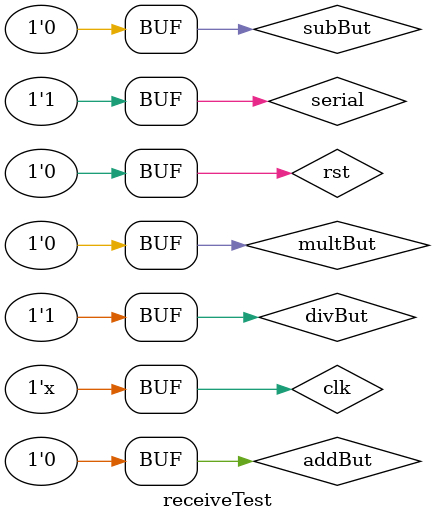
<source format=v>
`timescale 1ns / 1ps


module receiveTest;

	// Inputs
	reg rst;
	reg serial;
	reg clk;
	reg addBut;
	reg subBut;
	reg multBut;
	reg divBut;

	// Outputs
	wire [31:0] result;
	wire [6:0] disp;
	wire [3:0] segmentCount;

	// Instantiate the Unit Under Test (UUT)
	ReceiveNums uut (
		.result(result), 
		.disp(disp), 
		.segmentCount(segmentCount), 
		.rst(rst), 
		.serial(serial), 
		.clk(clk), 
		.addBut(addBut), 
		.subBut(subBut), 
		.multBut(multBut), 
		.divBut(divBut)
	);
	always #20 clk = ~clk;
	initial begin
		// Initialize Inputs
		rst = 1;
		serial = 0;
		clk = 0;
		addBut = 0;
		subBut = 0;
		multBut = 0;
		divBut = 0;

		// Wait 100 ns for global reset to finish
		#100;
		
		rst = 0;
		serial = 1;
		divBut = 1;
        
		// Add stimulus here

	end
      
endmodule


</source>
